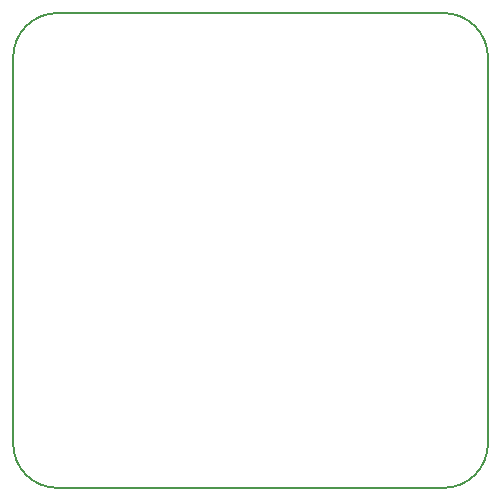
<source format=gko>
G04*
G04 #@! TF.GenerationSoftware,Altium Limited,Altium Designer,22.9.1 (49)*
G04*
G04 Layer_Color=16711935*
%FSLAX44Y44*%
%MOMM*%
G71*
G04*
G04 #@! TF.SameCoordinates,C6527EDA-D87B-4D04-AF07-29C5A3CB862A*
G04*
G04*
G04 #@! TF.FilePolarity,Positive*
G04*
G01*
G75*
%ADD11C,0.2000*%
D11*
X713443Y799000D02*
G03*
X751000Y836557I0J37557D01*
G01*
Y1163443D02*
G03*
X713443Y1201000I-37557J0D01*
G01*
X386557D02*
G03*
X349000Y1163443I0J-37557D01*
G01*
Y836557D02*
G03*
X386557Y799000I37557J0D01*
G01*
X751000Y836557D02*
Y1163443D01*
X386557Y1201000D02*
X713443D01*
X386557Y799000D02*
X713443D01*
X349000Y836557D02*
Y1163443D01*
M02*

</source>
